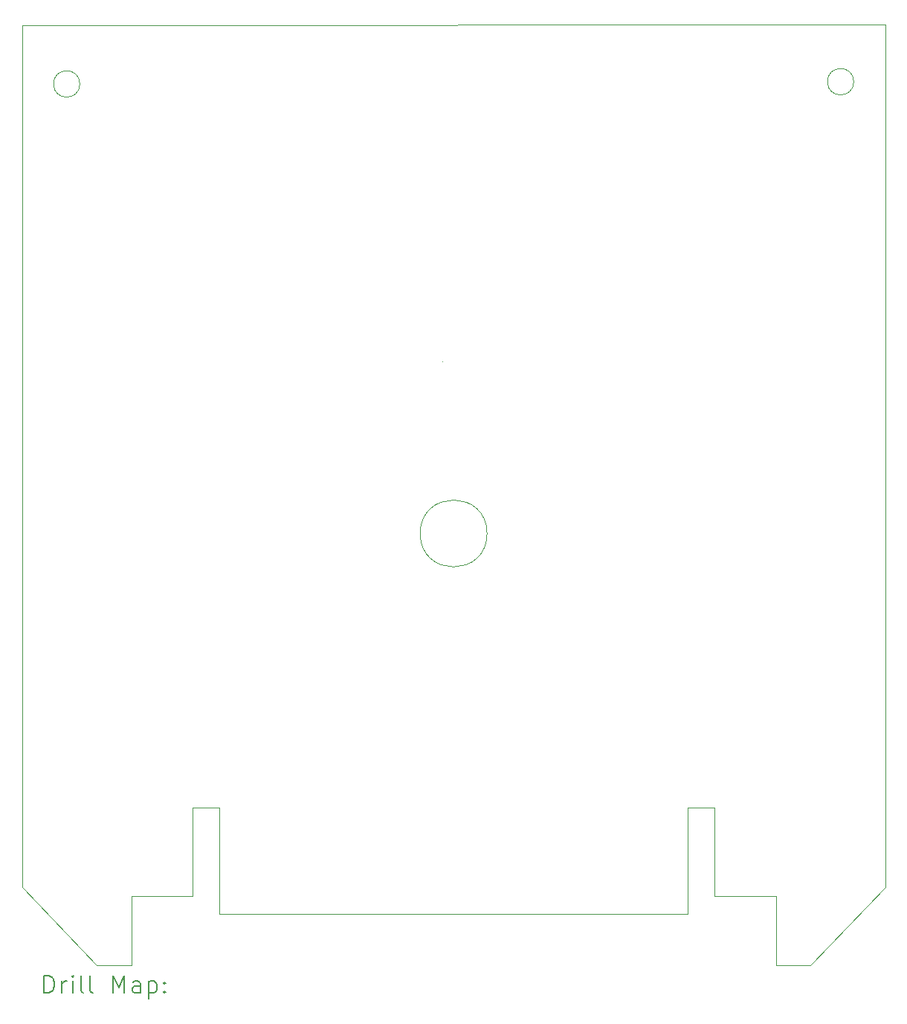
<source format=gbr>
%TF.GenerationSoftware,KiCad,Pcbnew,6.0.9-8da3e8f707~117~ubuntu20.04.1*%
%TF.CreationDate,2023-01-11T13:14:14-05:00*%
%TF.ProjectId,coco9511pak,636f636f-3935-4313-9170-616b2e6b6963,rev?*%
%TF.SameCoordinates,Original*%
%TF.FileFunction,Drillmap*%
%TF.FilePolarity,Positive*%
%FSLAX45Y45*%
G04 Gerber Fmt 4.5, Leading zero omitted, Abs format (unit mm)*
G04 Created by KiCad (PCBNEW 6.0.9-8da3e8f707~117~ubuntu20.04.1) date 2023-01-11 13:14:14*
%MOMM*%
%LPD*%
G01*
G04 APERTURE LIST*
%ADD10C,0.100000*%
%ADD11C,0.200000*%
G04 APERTURE END LIST*
D10*
X3606800Y-16129000D02*
X3911600Y-16129000D01*
X2908300Y-17132300D02*
X3606800Y-17132300D01*
X6451600Y-11049000D02*
G75*
G03*
X6451600Y-11049000I0J0D01*
G01*
X9550400Y-17132300D02*
X9550400Y-16129000D01*
X2514600Y-17919700D02*
X2908300Y-17919700D01*
X3606800Y-17132300D02*
X3606800Y-16129000D01*
X6959600Y-13004800D02*
G75*
G03*
X6959600Y-13004800I-381000J0D01*
G01*
X3911600Y-16129000D02*
X3911600Y-17335500D01*
X3911600Y-17335500D02*
X9245600Y-17335500D01*
X9550400Y-17132300D02*
X10248900Y-17132300D01*
X1663700Y-17034500D02*
X2514600Y-17919700D01*
X11493500Y-7211700D02*
X11493500Y-17030700D01*
X10248900Y-17132300D02*
X10248900Y-17919700D01*
X10248900Y-17919700D02*
X10642600Y-17919700D01*
X10642600Y-17919700D02*
X11493500Y-17030700D01*
X9245600Y-16129000D02*
X9245600Y-17335500D01*
X9245600Y-16129000D02*
X9550400Y-16129000D01*
X2321700Y-7886700D02*
G75*
G03*
X2321700Y-7886700I-150000J0D01*
G01*
X1663700Y-7215500D02*
X11493500Y-7211700D01*
X1663700Y-17034500D02*
X1663700Y-7215500D01*
X11135500Y-7861300D02*
G75*
G03*
X11135500Y-7861300I-150000J0D01*
G01*
X2908300Y-17132300D02*
X2908300Y-17919700D01*
D11*
X1916319Y-18235176D02*
X1916319Y-18035176D01*
X1963938Y-18035176D01*
X1992509Y-18044700D01*
X2011557Y-18063748D01*
X2021081Y-18082795D01*
X2030605Y-18120890D01*
X2030605Y-18149462D01*
X2021081Y-18187557D01*
X2011557Y-18206605D01*
X1992509Y-18225652D01*
X1963938Y-18235176D01*
X1916319Y-18235176D01*
X2116319Y-18235176D02*
X2116319Y-18101843D01*
X2116319Y-18139938D02*
X2125843Y-18120890D01*
X2135367Y-18111367D01*
X2154414Y-18101843D01*
X2173462Y-18101843D01*
X2240129Y-18235176D02*
X2240129Y-18101843D01*
X2240129Y-18035176D02*
X2230605Y-18044700D01*
X2240129Y-18054224D01*
X2249652Y-18044700D01*
X2240129Y-18035176D01*
X2240129Y-18054224D01*
X2363938Y-18235176D02*
X2344890Y-18225652D01*
X2335367Y-18206605D01*
X2335367Y-18035176D01*
X2468700Y-18235176D02*
X2449652Y-18225652D01*
X2440129Y-18206605D01*
X2440129Y-18035176D01*
X2697271Y-18235176D02*
X2697271Y-18035176D01*
X2763938Y-18178033D01*
X2830605Y-18035176D01*
X2830605Y-18235176D01*
X3011557Y-18235176D02*
X3011557Y-18130414D01*
X3002033Y-18111367D01*
X2982986Y-18101843D01*
X2944890Y-18101843D01*
X2925843Y-18111367D01*
X3011557Y-18225652D02*
X2992509Y-18235176D01*
X2944890Y-18235176D01*
X2925843Y-18225652D01*
X2916319Y-18206605D01*
X2916319Y-18187557D01*
X2925843Y-18168510D01*
X2944890Y-18158986D01*
X2992509Y-18158986D01*
X3011557Y-18149462D01*
X3106795Y-18101843D02*
X3106795Y-18301843D01*
X3106795Y-18111367D02*
X3125843Y-18101843D01*
X3163938Y-18101843D01*
X3182986Y-18111367D01*
X3192509Y-18120890D01*
X3202033Y-18139938D01*
X3202033Y-18197081D01*
X3192509Y-18216129D01*
X3182986Y-18225652D01*
X3163938Y-18235176D01*
X3125843Y-18235176D01*
X3106795Y-18225652D01*
X3287748Y-18216129D02*
X3297271Y-18225652D01*
X3287748Y-18235176D01*
X3278224Y-18225652D01*
X3287748Y-18216129D01*
X3287748Y-18235176D01*
X3287748Y-18111367D02*
X3297271Y-18120890D01*
X3287748Y-18130414D01*
X3278224Y-18120890D01*
X3287748Y-18111367D01*
X3287748Y-18130414D01*
M02*

</source>
